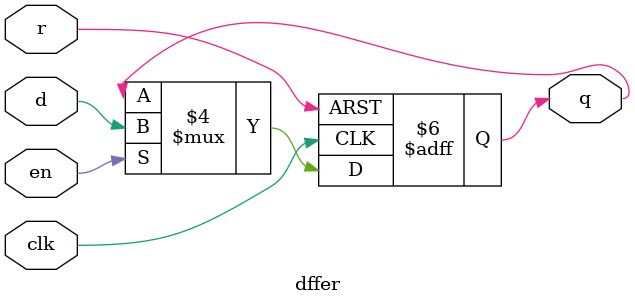
<source format=v>
module dffer (
    d,
    clk,
    r,
    q,
    en
);
    input d, clk, r, en;
    output q;

    reg q;

    initial 
    begin
        q = 0;
    end

    always @(posedge clk or posedge r)
    begin
        if (r)
            q = 0;
        else if(en)
            q = d;
        //else
    end 
endmodule
</source>
